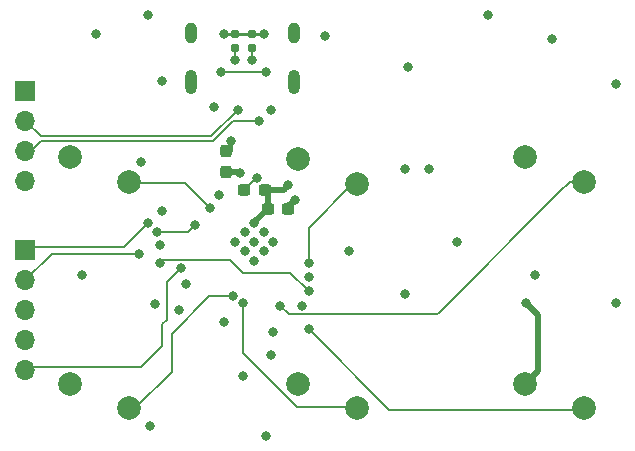
<source format=gtl>
G04 #@! TF.GenerationSoftware,KiCad,Pcbnew,(7.0.0)*
G04 #@! TF.CreationDate,2023-09-09T12:15:38-05:00*
G04 #@! TF.ProjectId,6_key_macro_pad_V1,365f6b65-795f-46d6-9163-726f5f706164,rev?*
G04 #@! TF.SameCoordinates,Original*
G04 #@! TF.FileFunction,Copper,L1,Top*
G04 #@! TF.FilePolarity,Positive*
%FSLAX46Y46*%
G04 Gerber Fmt 4.6, Leading zero omitted, Abs format (unit mm)*
G04 Created by KiCad (PCBNEW (7.0.0)) date 2023-09-09 12:15:38*
%MOMM*%
%LPD*%
G01*
G04 APERTURE LIST*
G04 Aperture macros list*
%AMRoundRect*
0 Rectangle with rounded corners*
0 $1 Rounding radius*
0 $2 $3 $4 $5 $6 $7 $8 $9 X,Y pos of 4 corners*
0 Add a 4 corners polygon primitive as box body*
4,1,4,$2,$3,$4,$5,$6,$7,$8,$9,$2,$3,0*
0 Add four circle primitives for the rounded corners*
1,1,$1+$1,$2,$3*
1,1,$1+$1,$4,$5*
1,1,$1+$1,$6,$7*
1,1,$1+$1,$8,$9*
0 Add four rect primitives between the rounded corners*
20,1,$1+$1,$2,$3,$4,$5,0*
20,1,$1+$1,$4,$5,$6,$7,0*
20,1,$1+$1,$6,$7,$8,$9,0*
20,1,$1+$1,$8,$9,$2,$3,0*%
G04 Aperture macros list end*
G04 #@! TA.AperFunction,SMDPad,CuDef*
%ADD10RoundRect,0.237500X0.237500X-0.300000X0.237500X0.300000X-0.237500X0.300000X-0.237500X-0.300000X0*%
G04 #@! TD*
G04 #@! TA.AperFunction,ComponentPad*
%ADD11C,2.000000*%
G04 #@! TD*
G04 #@! TA.AperFunction,SMDPad,CuDef*
%ADD12RoundRect,0.237500X0.300000X0.237500X-0.300000X0.237500X-0.300000X-0.237500X0.300000X-0.237500X0*%
G04 #@! TD*
G04 #@! TA.AperFunction,SMDPad,CuDef*
%ADD13RoundRect,0.237500X-0.300000X-0.237500X0.300000X-0.237500X0.300000X0.237500X-0.300000X0.237500X0*%
G04 #@! TD*
G04 #@! TA.AperFunction,SMDPad,CuDef*
%ADD14RoundRect,0.160000X0.160000X-0.197500X0.160000X0.197500X-0.160000X0.197500X-0.160000X-0.197500X0*%
G04 #@! TD*
G04 #@! TA.AperFunction,ComponentPad*
%ADD15R,1.700000X1.700000*%
G04 #@! TD*
G04 #@! TA.AperFunction,ComponentPad*
%ADD16O,1.700000X1.700000*%
G04 #@! TD*
G04 #@! TA.AperFunction,ComponentPad*
%ADD17O,1.000000X1.800000*%
G04 #@! TD*
G04 #@! TA.AperFunction,ComponentPad*
%ADD18O,1.000000X2.100000*%
G04 #@! TD*
G04 #@! TA.AperFunction,ViaPad*
%ADD19C,0.800000*%
G04 #@! TD*
G04 #@! TA.AperFunction,Conductor*
%ADD20C,0.150000*%
G04 #@! TD*
G04 #@! TA.AperFunction,Conductor*
%ADD21C,0.500000*%
G04 #@! TD*
G04 #@! TA.AperFunction,Conductor*
%ADD22C,0.250000*%
G04 #@! TD*
G04 #@! TA.AperFunction,Conductor*
%ADD23C,0.300000*%
G04 #@! TD*
G04 #@! TA.AperFunction,Conductor*
%ADD24C,0.200000*%
G04 #@! TD*
G04 APERTURE END LIST*
D10*
X175400000Y-84662500D03*
X175400000Y-82937500D03*
D11*
X181500000Y-102600000D03*
X186500000Y-104700000D03*
X200700000Y-102600000D03*
X205700000Y-104700000D03*
X162200000Y-102600000D03*
X167200000Y-104700000D03*
D12*
X180662500Y-87800000D03*
X178937500Y-87800000D03*
D11*
X181500000Y-83600000D03*
X186500000Y-85700000D03*
X162200000Y-83400000D03*
X167200000Y-85500000D03*
D13*
X176937500Y-86200000D03*
X178662500Y-86200000D03*
D14*
X177600000Y-74197500D03*
X177600000Y-73002500D03*
D11*
X200700000Y-83400000D03*
X205700000Y-85500000D03*
D14*
X176200000Y-74197500D03*
X176200000Y-73002500D03*
D15*
X158399999Y-77799999D03*
D16*
X158399999Y-80339999D03*
X158399999Y-82879999D03*
X158399999Y-85419999D03*
D17*
X172479999Y-72924999D03*
D18*
X172479999Y-77104999D03*
D17*
X181119999Y-72924999D03*
D18*
X181119999Y-77104999D03*
D15*
X158399999Y-91324999D03*
D16*
X158399999Y-93864999D03*
X158399999Y-96404999D03*
X158399999Y-98944999D03*
X158399999Y-101484999D03*
D19*
X175800000Y-82024500D03*
X177800000Y-90600000D03*
X178600000Y-91400000D03*
X179200000Y-100200000D03*
X180683904Y-85800000D03*
X195000000Y-90600000D03*
X177000000Y-89800000D03*
X181800000Y-96000000D03*
X170000000Y-77000000D03*
X178600000Y-73000000D03*
X179200000Y-79400000D03*
X190800000Y-75800000D03*
X182400000Y-93600000D03*
X168200000Y-83800000D03*
X171400000Y-96400000D03*
X197600000Y-71400000D03*
X175200000Y-73000000D03*
X185800000Y-91400000D03*
X177800000Y-89000000D03*
X176200000Y-90600000D03*
X170000000Y-88000000D03*
X168800000Y-71400000D03*
X178600000Y-89800000D03*
X174400000Y-79200000D03*
X201600000Y-93400000D03*
X179400000Y-98200000D03*
X179400000Y-90600000D03*
X163200000Y-93400000D03*
X208400000Y-77200000D03*
X176800000Y-102000000D03*
X178800000Y-107000000D03*
X175200000Y-97400000D03*
X190600000Y-84400000D03*
X174800000Y-86600000D03*
X169800000Y-90897896D03*
X177800000Y-92200000D03*
X177000000Y-91400000D03*
X203000000Y-73400000D03*
X190600000Y-95000000D03*
X164400000Y-73000000D03*
X169403741Y-95900500D03*
X183800000Y-73200000D03*
X208400000Y-95800000D03*
X200800000Y-95800000D03*
X192600000Y-84400000D03*
X176600000Y-84800000D03*
X168800000Y-89000000D03*
X178000000Y-85200000D03*
X181229643Y-87029643D03*
X172000000Y-94200000D03*
X175000000Y-76200000D03*
X178800000Y-76200000D03*
X176400000Y-79400000D03*
X178200000Y-80400000D03*
X176200000Y-75200000D03*
X177600000Y-75200000D03*
X168000000Y-91597396D03*
X169000000Y-106200000D03*
X171559689Y-92816851D03*
X172800000Y-89200000D03*
X169600000Y-89800000D03*
X169800000Y-92400000D03*
X182400000Y-94800000D03*
X174058900Y-87707983D03*
X182400000Y-92400497D03*
X176000000Y-95200000D03*
X176800000Y-95800000D03*
X182400000Y-98000000D03*
X180000000Y-96000000D03*
D20*
X178000000Y-85200000D02*
X177937500Y-85200000D01*
X177937500Y-85200000D02*
X176937500Y-86200000D01*
D21*
X180283904Y-86200000D02*
X180683904Y-85800000D01*
X178662500Y-86200000D02*
X180283904Y-86200000D01*
D22*
X176200000Y-73002500D02*
X175202500Y-73002500D01*
X176200000Y-73002500D02*
X177600000Y-73002500D01*
X177600000Y-73002500D02*
X178597500Y-73002500D01*
D21*
X177800000Y-89000000D02*
X177800000Y-88937500D01*
X177800000Y-88937500D02*
X178937500Y-87800000D01*
D22*
X178597500Y-73002500D02*
X178600000Y-73000000D01*
D23*
X175800000Y-82937500D02*
X175800000Y-82024500D01*
D21*
X178937500Y-87800000D02*
X178937500Y-86525000D01*
D22*
X175202500Y-73002500D02*
X175200000Y-73000000D01*
D21*
X175400000Y-84662500D02*
X176462500Y-84662500D01*
X176462500Y-84662500D02*
X176600000Y-84800000D01*
D24*
X166800000Y-91000000D02*
X158725000Y-91000000D01*
D21*
X201800000Y-101500000D02*
X200700000Y-102600000D01*
D24*
X158725000Y-91000000D02*
X158400000Y-91325000D01*
X168800000Y-89000000D02*
X166800000Y-91000000D01*
D21*
X201800000Y-96800000D02*
X201800000Y-101500000D01*
X200800000Y-95800000D02*
X201800000Y-96800000D01*
X180662500Y-87800000D02*
X180662500Y-87596786D01*
X180662500Y-87596786D02*
X181229643Y-87029643D01*
D24*
X175000000Y-76200000D02*
X178800000Y-76200000D01*
X159710000Y-81650000D02*
X158400000Y-80340000D01*
X176400000Y-79400000D02*
X174150000Y-81650000D01*
X174150000Y-81650000D02*
X159710000Y-81650000D01*
X158920000Y-82880000D02*
X158400000Y-82880000D01*
X159750000Y-82050000D02*
X158920000Y-82880000D01*
X175965685Y-80400000D02*
X174315685Y-82050000D01*
X174315685Y-82050000D02*
X159750000Y-82050000D01*
X178200000Y-80400000D02*
X175965685Y-80400000D01*
D20*
X176200000Y-75200000D02*
X176200000Y-74110000D01*
X177600000Y-75200000D02*
X177600000Y-74110000D01*
D24*
X168000000Y-91597396D02*
X160667604Y-91597396D01*
X160667604Y-91597396D02*
X158400000Y-93865000D01*
X170400000Y-94000000D02*
X170400000Y-97200000D01*
X158685000Y-101200000D02*
X158400000Y-101485000D01*
X168200000Y-101200000D02*
X158685000Y-101200000D01*
X170000000Y-99400000D02*
X168200000Y-101200000D01*
X171559689Y-92816851D02*
X171559689Y-92840311D01*
X171559689Y-92840311D02*
X170400000Y-94000000D01*
X170000000Y-97600000D02*
X170000000Y-99400000D01*
X170400000Y-97200000D02*
X170000000Y-97600000D01*
X172200000Y-89800000D02*
X169600000Y-89800000D01*
X172800000Y-89200000D02*
X172200000Y-89800000D01*
X176800000Y-93200000D02*
X175716851Y-92116851D01*
X180800000Y-93200000D02*
X176800000Y-93200000D01*
X175716851Y-92116851D02*
X170083149Y-92116851D01*
X182400000Y-94800000D02*
X180800000Y-93200000D01*
X170083149Y-92116851D02*
X169800000Y-92400000D01*
X171950917Y-85600000D02*
X167300000Y-85600000D01*
X167300000Y-85600000D02*
X167200000Y-85500000D01*
X174058900Y-87707983D02*
X171950917Y-85600000D01*
X182400000Y-89400000D02*
X186100000Y-85700000D01*
X186100000Y-85700000D02*
X186500000Y-85700000D01*
X182400000Y-92400497D02*
X182400000Y-89400000D01*
X176000000Y-95200000D02*
X174000000Y-95200000D01*
X167700000Y-104700000D02*
X167200000Y-104700000D01*
X170800000Y-101600000D02*
X167700000Y-104700000D01*
X174000000Y-95200000D02*
X170800000Y-98400000D01*
X170800000Y-98400000D02*
X170800000Y-101600000D01*
X176800000Y-100000000D02*
X181400000Y-104600000D01*
X176800000Y-95800000D02*
X176800000Y-100000000D01*
X181400000Y-104600000D02*
X186400000Y-104600000D01*
X186400000Y-104600000D02*
X186500000Y-104700000D01*
X182400000Y-98000000D02*
X189200000Y-104800000D01*
X205600000Y-104800000D02*
X205700000Y-104700000D01*
X189200000Y-104800000D02*
X205600000Y-104800000D01*
X204500000Y-85500000D02*
X205700000Y-85500000D01*
X193400000Y-96600000D02*
X203600000Y-86400000D01*
X180000000Y-96000000D02*
X180750000Y-96750000D01*
X180750000Y-96750000D02*
X193250000Y-96750000D01*
X193250000Y-96750000D02*
X193400000Y-96600000D01*
X203600000Y-86400000D02*
X204500000Y-85500000D01*
M02*

</source>
